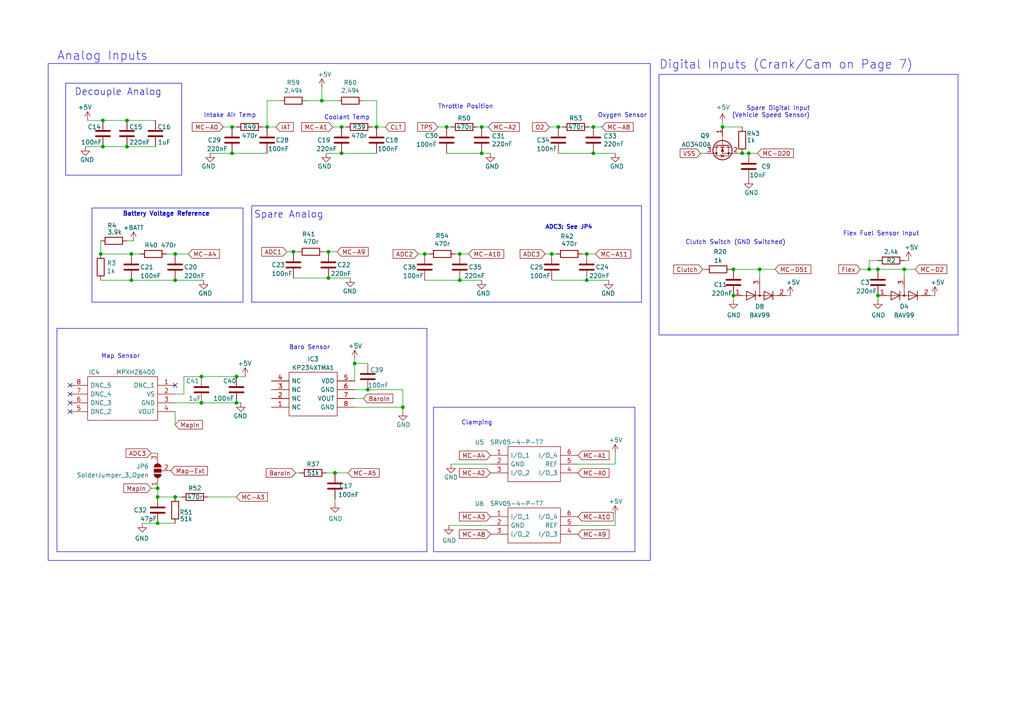
<source format=kicad_sch>
(kicad_sch (version 20231120) (generator "eeschema") (generator_version "8.0")
  (paper "A4")
  (title_block (title "Spark Gap x4") (date "2024-07-16") (rev "A") (company "OpenLogicEFI") (comment 1 "openlogicefi.com"))
  (lib_symbols
    (symbol "Detonation:KP234" (pin_names (offset 0.762))
      (property "Reference" "IC4" (at 12.065 -13.97 0))
      (property "Value" "KP234" (at 12.065 -11.43 0))
      (symbol "KP234_0_0"
        (pin passive line (at 0 0 0) (length 5.08) (name "NC") (number "1"))
        (pin passive line (at 0 -2.54 0) (length 5.08) (name "NC") (number "2"))
        (pin passive line (at 0 -5.08 0) (length 5.08) (name "NC") (number "3"))
        (pin passive line (at 0 -7.62 0) (length 5.08) (name "NC") (number "4"))
        (pin passive line (at 24.13 -7.62 180) (length 5.08) (name "VDD") (number "5"))
        (pin passive line (at 24.13 -5.08 180) (length 5.08) (name "GND") (number "6"))
        (pin passive line (at 24.13 -2.54 180) (length 5.08) (name "VOUT") (number "7"))
        (pin passive line (at 24.13 0 180) (length 5.08) (name "GND") (number "8"))
      )
      (symbol "KP234_0_1"
        (polyline (pts (xy 5.08 2.54) (xy 19.05 2.54) (xy 19.05 -10.16) (xy 5.08 -10.16) (xy 5.08 2.54)) (stroke (width 0.1524)))
      )
    )
    (symbol "Device:C" (pin_numbers hide) (pin_names (offset 0.254))
      (property "Reference" "C" (at 0.635 2.54 0))
      (property "Value" "C" (at 0.635 -2.54 0))
      (symbol "C_0_1"
        (polyline (pts (xy -2.032 -0.762) (xy 2.032 -0.762)) (stroke (width 0.508)))
        (polyline (pts (xy -2.032 0.762) (xy 2.032 0.762)) (stroke (width 0.508)))
      )
      (symbol "C_1_1"
        (pin passive line (at 0 3.81 270) (length 2.794) (name "~") (number "1"))
        (pin passive line (at 0 -3.81 90) (length 2.794) (name "~") (number "2"))
      )
    )
    (symbol "Device:R" (pin_numbers hide) (pin_names (offset 0))
      (property "Reference" "R" (at 2.032 0 90))
      (property "Value" "R" (at 0 0 90))
      (symbol "R_0_1"
        (rectangle (start -1.016 -2.54) (end 1.016 2.54) (stroke (width 0.254)))
      )
      (symbol "R_1_1"
        (pin passive line (at 0 3.81 270) (length 1.27) (name "~") (number "1"))
        (pin passive line (at 0 -3.81 90) (length 1.27) (name "~") (number "2"))
      )
    )
    (symbol "Diode:BAV99" (pin_names hide)
      (property "Reference" "D" (at 0 5.08 0))
      (property "Value" "BAV99" (at 0 2.54 0))
      (symbol "BAV99_0_1"
        (polyline (pts (xy -5.08 0) (xy 5.08 0)))
      )
      (symbol "BAV99_1_1"
        (polyline (pts (xy 0 0) (xy 0 -2.54)))
        (polyline (pts (xy -1.27 -1.27) (xy -1.27 1.27) (xy -1.27 1.27)) (stroke (width 0.2032)))
        (polyline (pts (xy 3.81 1.27) (xy 3.81 -1.27) (xy 3.81 -1.27)) (stroke (width 0.2032)))
        (polyline (pts (xy -3.81 1.27) (xy -1.27 0) (xy -3.81 -1.27) (xy -3.81 1.27) (xy -3.81 1.27) (xy -3.81 1.27)) (stroke (width 0.2032)))
        (polyline (pts (xy 1.27 1.27) (xy 3.81 0) (xy 1.27 -1.27) (xy 1.27 1.27) (xy 1.27 1.27) (xy 1.27 1.27)) (stroke (width 0.2032)))
        (circle (center 0 0) (radius 0.254) (fill (type outline)))
        (pin passive line (at -7.62 0 0) (length 2.54) (name "K") (number "1"))
        (pin passive line (at 7.62 0 180) (length 2.54) (name "A") (number "2"))
        (pin passive line (at 0 -5.08 90) (length 2.54) (name "K") (number "3"))
      )
    )
    (symbol "Jumper:SolderJumper_3_Open" (pin_names (offset 0) hide)
      (property "Reference" "JP" (at -2.54 -2.54 0))
      (property "Value" "SolderJumper_3_Open" (at 0 2.794 0))
      (symbol "SolderJumper_3_Open_0_1"
        (arc (start -1.016 1.016) (mid -2.0276 0) (end -1.016 -1.016))
        (arc (start -1.016 1.016) (mid -2.0276 0) (end -1.016 -1.016) (fill (type outline)))
        (rectangle (start -0.508 1.016) (end 0.508 -1.016) (fill (type outline)))
        (polyline (pts (xy -2.54 0) (xy -2.032 0)))
        (polyline (pts (xy -1.016 1.016) (xy -1.016 -1.016)))
        (polyline (pts (xy 0 -1.27) (xy 0 -1.016)))
        (polyline (pts (xy 1.016 1.016) (xy 1.016 -1.016)))
        (polyline (pts (xy 2.54 0) (xy 2.032 0)))
        (arc (start 1.016 -1.016) (mid 2.0276 0) (end 1.016 1.016))
        (arc (start 1.016 -1.016) (mid 2.0276 0) (end 1.016 1.016) (fill (type outline)))
      )
      (symbol "SolderJumper_3_Open_1_1"
        (pin passive line (at -5.08 0 0) (length 2.54) (name "A") (number "1"))
        (pin passive line (at 0 -3.81 90) (length 2.54) (name "C") (number "2"))
        (pin passive line (at 5.08 0 180) (length 2.54) (name "B") (number "3"))
      )
    )
    (symbol "MPXH6250AC6U:MPXH6250AC6U" (pin_names (offset 0.762))
      (property "Reference" "IC" (at 26.67 7.62 0))
      (property "Value" "MPXH6250AC6U" (at 26.67 5.08 0))
      (symbol "MPXH6250AC6U_0_0"
        (pin passive line (at 0 0 0) (length 5.08) (name "DNC_1") (number "1"))
        (pin passive line (at 0 -2.54 0) (length 5.08) (name "VS") (number "2"))
        (pin passive line (at 0 -5.08 0) (length 5.08) (name "GND") (number "3"))
        (pin passive line (at 0 -7.62 0) (length 5.08) (name "VOUT") (number "4"))
        (pin passive line (at 30.48 -7.62 180) (length 5.08) (name "DNC_2") (number "5"))
        (pin passive line (at 30.48 -5.08 180) (length 5.08) (name "DNC_3") (number "6"))
        (pin passive line (at 30.48 -2.54 180) (length 5.08) (name "DNC_4") (number "7"))
        (pin passive line (at 30.48 0 180) (length 5.08) (name "DNC_5") (number "8"))
      )
      (symbol "MPXH6250AC6U_0_1"
        (polyline (pts (xy 5.08 2.54) (xy 25.4 2.54) (xy 25.4 -10.16) (xy 5.08 -10.16) (xy 5.08 2.54)) (stroke (width 0.1524)))
      )
    )
    (symbol "Pre_Ignition-cache:AO3400A" (pin_names hide)
      (property "Reference" "Q" (at 5.08 1.905 0))
      (property "Value" "AO3400A" (at 5.08 0 0))
      (symbol "AO3400A_0_1"
        (polyline (pts (xy 0.254 0) (xy -2.54 0)))
        (polyline (pts (xy 0.254 1.905) (xy 0.254 -1.905)) (stroke (width 0.254)))
        (polyline (pts (xy 0.762 -1.27) (xy 0.762 -2.286)) (stroke (width 0.254)))
        (polyline (pts (xy 0.762 0.508) (xy 0.762 -0.508)) (stroke (width 0.254)))
        (polyline (pts (xy 0.762 2.286) (xy 0.762 1.27)) (stroke (width 0.254)))
        (polyline (pts (xy 2.54 2.54) (xy 2.54 1.778)))
        (polyline (pts (xy 2.54 -2.54) (xy 2.54 0) (xy 0.762 0)))
        (polyline (pts (xy 0.762 -1.778) (xy 3.302 -1.778) (xy 3.302 1.778) (xy 0.762 1.778)))
        (polyline (pts (xy 1.016 0) (xy 2.032 0.381) (xy 2.032 -0.381) (xy 1.016 0)) (fill (type outline)))
        (polyline (pts (xy 2.794 0.508) (xy 2.921 0.381) (xy 3.683 0.381) (xy 3.81 0.254)))
        (polyline (pts (xy 3.302 0.381) (xy 2.921 -0.254) (xy 3.683 -0.254) (xy 3.302 0.381)))
        (circle (center 1.651 0) (radius 2.794) (stroke (width 0.254)))
        (circle (center 2.54 -1.778) (radius 0.254) (fill (type outline)))
        (circle (center 2.54 1.778) (radius 0.254) (fill (type outline)))
      )
      (symbol "AO3400A_1_1"
        (pin input line (at -5.08 0 0) (length 2.54) (name "G") (number "1"))
        (pin passive line (at 2.54 -5.08 90) (length 2.54) (name "S") (number "2"))
        (pin passive line (at 2.54 5.08 270) (length 2.54) (name "D") (number "3"))
      )
    )
    (symbol "Pre_Ignition-rescue:SRV05-4-P-T7-SRV05-4-P-T7-Pre_Ignition-rescue-Pre_Ignition-rescue-Pre_Ignition-rescue" (pin_names (offset 0.762))
      (property "Reference" "U1" (at 1.905 3.81 0))
      (property "Value" "SRV05-4-P-T7" (at 12.7 3.81 0))
      (symbol "SRV05-4-P-T7-SRV05-4-P-T7-Pre_Ignition-rescue-Pre_Ignition-rescue-Pre_Ignition-rescue_0_0"
        (pin passive line (at 5.08 0 0) (length 5.08) (name "I/O_1") (number "1"))
        (pin passive line (at 5.08 -2.54 0) (length 5.08) (name "GND") (number "2"))
        (pin passive line (at 5.08 -5.08 0) (length 5.08) (name "I/O_2") (number "3"))
        (pin passive line (at 30.48 -5.08 180) (length 5.08) (name "I/O_3") (number "4"))
        (pin passive line (at 30.48 -2.54 180) (length 5.08) (name "REF") (number "5"))
        (pin passive line (at 30.48 0 180) (length 5.08) (name "I/O_4") (number "6"))
      )
      (symbol "SRV05-4-P-T7-SRV05-4-P-T7-Pre_Ignition-rescue-Pre_Ignition-rescue-Pre_Ignition-rescue_0_1"
        (polyline (pts (xy 10.16 2.54) (xy 25.4 2.54) (xy 25.4 -7.62) (xy 10.16 -7.62) (xy 10.16 2.54)) (stroke (width 0.1524)))
      )
    )
    (symbol "power:+5V" (power) (pin_names (offset 0))
      (property "Value" "+5V" (at 0 3.556 0))
      (symbol "+5V_0_1"
        (polyline (pts (xy -0.762 1.27) (xy 0 2.54)))
        (polyline (pts (xy 0 0) (xy 0 2.54)))
        (polyline (pts (xy 0 2.54) (xy 0.762 1.27)))
      )
      (symbol "+5V_1_1"
        (pin power_in line (at 0 0 90) (length 0) hide (name "+5V") (number "1"))
      )
    )
    (symbol "power:+BATT" (power) (pin_names (offset 0))
      (property "Value" "+BATT" (at 0 3.556 0))
      (symbol "+BATT_0_1"
        (polyline (pts (xy -0.762 1.27) (xy 0 2.54)))
        (polyline (pts (xy 0 0) (xy 0 2.54)))
        (polyline (pts (xy 0 2.54) (xy 0.762 1.27)))
      )
      (symbol "+BATT_1_1"
        (pin power_in line (at 0 0 90) (length 0) hide (name "+BATT") (number "1"))
      )
    )
    (symbol "power:GND" (power) (pin_names (offset 0))
      (property "Value" "GND" (at 0 -3.81 0))
      (symbol "GND_0_1"
        (polyline (pts (xy 0 0) (xy 0 -1.27) (xy 1.27 -1.27) (xy 0 -2.54) (xy -1.27 -1.27) (xy 0 -1.27)))
      )
      (symbol "GND_1_1"
        (pin power_in line (at 0 0 270) (length 0) hide (name "GND") (number "1"))
      )
    )
  )
  (junction (at 116.84 118.11))
  (junction (at 68.58 109.22))
  (junction (at 161.925 36.83))
  (junction (at 220.345 78.105))
  (junction (at 139.7 36.83))
  (junction (at 215.265 44.45))
  (junction (at 77.47 36.83))
  (junction (at 50.8 81.28))
  (junction (at 109.22 36.83))
  (junction (at 99.06 36.83))
  (junction (at 29.845 42.545))
  (junction (at 123.19 73.66))
  (junction (at 68.58 116.84))
  (junction (at 133.35 81.28))
  (junction (at 29.845 34.925))
  (junction (at 102.87 105.41))
  (junction (at 212.725 85.725))
  (junction (at 160.02 73.66))
  (junction (at 254.635 85.725))
  (junction (at 133.35 73.66))
  (junction (at 170.18 81.28))
  (junction (at 58.42 109.22))
  (junction (at 217.17 44.45))
  (junction (at 67.31 36.83))
  (junction (at 93.345 29.21))
  (junction (at 252.095 78.105))
  (junction (at 45.72 141.605))
  (junction (at 212.725 78.105))
  (junction (at 95.25 73.025))
  (junction (at 106.68 113.03))
  (junction (at 172.085 36.83))
  (junction (at 172.085 44.45))
  (junction (at 38.1 81.28))
  (junction (at 262.255 78.105))
  (junction (at 45.72 144.145))
  (junction (at 139.7 44.45))
  (junction (at 97.155 137.16))
  (junction (at 254.635 78.105))
  (junction (at 99.06 44.45))
  (junction (at 58.42 116.84))
  (junction (at 129.54 36.83))
  (junction (at 50.8 73.66))
  (junction (at 67.31 44.45))
  (junction (at 170.18 73.66))
  (junction (at 29.21 73.66))
  (junction (at 36.83 34.925))
  (junction (at 50.8 144.145))
  (junction (at 95.25 80.645))
  (junction (at 45.72 151.765))
  (junction (at 209.55 36.83))
  (junction (at 38.1 73.66))
  (junction (at 85.09 73.025))
  (junction (at 36.83 42.545))
  (no_connect (at 50.8 111.76))
  (no_connect (at 20.32 111.76))
  (no_connect (at 20.32 114.3))
  (no_connect (at 20.32 116.84))
  (no_connect (at 20.32 119.38))
  (wire (pts (xy 38.735 69.85) (xy 36.83 69.85)))
  (wire (pts (xy 100.33 36.83) (xy 99.06 36.83)))
  (wire (pts (xy 176.53 81.28) (xy 170.18 81.28)))
  (wire (pts (xy 212.725 85.725) (xy 212.725 86.995)))
  (wire (pts (xy 178.435 152.4) (xy 167.64 152.4)))
  (wire (pts (xy 69.85 116.84) (xy 68.58 116.84)))
  (wire (pts (xy 45.72 141.605) (xy 45.72 144.145)))
  (wire (pts (xy 29.845 42.545) (xy 36.83 42.545)))
  (wire (pts (xy 220.345 78.105) (xy 224.79 78.105)))
  (wire (pts (xy 170.815 36.83) (xy 172.085 36.83)))
  (wire (pts (xy 29.845 34.925) (xy 36.83 34.925)))
  (wire (pts (xy 139.7 36.83) (xy 141.605 36.83)))
  (wire (pts (xy 50.8 144.145) (xy 52.705 144.145)))
  (wire (pts (xy 97.155 144.78) (xy 97.155 146.05)))
  (wire (pts (xy 106.68 105.41) (xy 102.87 105.41)))
  (wire (pts (xy 85.725 137.16) (xy 86.995 137.16)))
  (wire (pts (xy 94.615 137.16) (xy 97.155 137.16)))
  (wire (pts (xy 215.265 44.45) (xy 217.17 44.45)))
  (wire (pts (xy 85.09 73.025) (xy 86.36 73.025)))
  (wire (pts (xy 68.58 109.22) (xy 58.42 109.22)))
  (wire (pts (xy 254.635 85.725) (xy 254.635 86.995)))
  (wire (pts (xy 168.91 73.66) (xy 170.18 73.66)))
  (wire (pts (xy 106.68 113.03) (xy 102.87 113.03)))
  (wire (pts (xy 209.55 36.83) (xy 215.265 36.83)))
  (wire (pts (xy 77.47 29.21) (xy 81.28 29.21)))
  (wire (pts (xy 60.96 44.45) (xy 67.31 44.45)))
  (wire (pts (xy 229.235 85.725) (xy 227.965 85.725)))
  (wire (pts (xy 116.84 118.11) (xy 116.84 119.38)))
  (wire (pts (xy 60.325 144.145) (xy 68.58 144.145)))
  (wire (pts (xy 88.9 29.21) (xy 93.345 29.21)))
  (wire (pts (xy 105.41 29.21) (xy 109.22 29.21)))
  (wire (pts (xy 220.345 78.105) (xy 220.345 80.645)))
  (wire (pts (xy 29.21 73.66) (xy 38.1 73.66)))
  (wire (pts (xy 50.8 151.765) (xy 45.72 151.765)))
  (wire (pts (xy 45.72 144.145) (xy 50.8 144.145)))
  (wire (pts (xy 93.345 25.4) (xy 93.345 29.21)))
  (wire (pts (xy 116.84 113.03) (xy 106.68 113.03)))
  (wire (pts (xy 217.17 44.45) (xy 219.71 44.45)))
  (wire (pts (xy 53.34 114.3) (xy 50.8 114.3)))
  (wire (pts (xy 50.8 73.66) (xy 54.61 73.66)))
  (wire (pts (xy 48.26 73.66) (xy 50.8 73.66)))
  (wire (pts (xy 262.255 78.105) (xy 265.43 78.105)))
  (wire (pts (xy 129.54 36.83) (xy 130.81 36.83)))
  (wire (pts (xy 178.435 131.445) (xy 178.435 134.62)))
  (wire (pts (xy 77.47 29.21) (xy 77.47 36.83)))
  (wire (pts (xy 109.22 44.45) (xy 99.06 44.45)))
  (wire (pts (xy 212.725 78.105) (xy 220.345 78.105)))
  (wire (pts (xy 67.31 36.83) (xy 64.77 36.83)))
  (wire (pts (xy 203.835 78.105) (xy 204.47 78.105)))
  (wire (pts (xy 58.42 116.84) (xy 50.8 116.84)))
  (wire (pts (xy 85.09 80.645) (xy 95.25 80.645)))
  (wire (pts (xy 93.98 73.025) (xy 95.25 73.025)))
  (wire (pts (xy 58.42 109.22) (xy 53.34 109.22)))
  (wire (pts (xy 95.25 73.025) (xy 97.79 73.025)))
  (wire (pts (xy 123.19 81.28) (xy 133.35 81.28)))
  (wire (pts (xy 29.21 81.28) (xy 38.1 81.28)))
  (wire (pts (xy 170.18 73.66) (xy 172.72 73.66)))
  (wire (pts (xy 130.81 134.62) (xy 142.24 134.62)))
  (wire (pts (xy 127 36.83) (xy 129.54 36.83)))
  (wire (pts (xy 102.87 110.49) (xy 102.87 105.41)))
  (wire (pts (xy 43.815 141.605) (xy 45.72 141.605)))
  (wire (pts (xy 263.525 75.565) (xy 262.255 75.565)))
  (wire (pts (xy 36.83 34.925) (xy 45.085 34.925)))
  (wire (pts (xy 252.095 75.565) (xy 254.635 75.565)))
  (wire (pts (xy 161.925 44.45) (xy 172.085 44.45)))
  (wire (pts (xy 99.06 36.83) (xy 96.52 36.83)))
  (wire (pts (xy 93.345 29.21) (xy 97.79 29.21)))
  (wire (pts (xy 142.24 152.4) (xy 130.175 152.4)))
  (wire (pts (xy 172.085 44.45) (xy 178.435 44.45)))
  (wire (pts (xy 129.54 44.45) (xy 139.7 44.45)))
  (wire (pts (xy 252.095 75.565) (xy 252.095 78.105)))
  (wire (pts (xy 121.285 73.66) (xy 123.19 73.66)))
  (wire (pts (xy 133.35 73.66) (xy 135.89 73.66)))
  (wire (pts (xy 24.765 42.545) (xy 29.845 42.545)))
  (wire (pts (xy 159.385 36.83) (xy 161.925 36.83)))
  (wire (pts (xy 252.095 78.105) (xy 254.635 78.105)))
  (wire (pts (xy 105.41 115.57) (xy 102.87 115.57)))
  (wire (pts (xy 139.7 81.28) (xy 133.35 81.28)))
  (wire (pts (xy 142.24 44.45) (xy 139.7 44.45)))
  (wire (pts (xy 101.6 80.645) (xy 95.25 80.645)))
  (wire (pts (xy 209.55 35.56) (xy 209.55 36.83)))
  (wire (pts (xy 249.555 78.105) (xy 252.095 78.105)))
  (wire (pts (xy 107.95 36.83) (xy 109.22 36.83)))
  (wire (pts (xy 109.22 29.21) (xy 109.22 36.83)))
  (wire (pts (xy 38.1 81.28) (xy 50.8 81.28)))
  (wire (pts (xy 254.635 78.105) (xy 262.255 78.105)))
  (wire (pts (xy 160.02 81.28) (xy 170.18 81.28)))
  (wire (pts (xy 109.22 36.83) (xy 111.76 36.83)))
  (wire (pts (xy 123.19 73.66) (xy 124.46 73.66)))
  (wire (pts (xy 36.83 42.545) (xy 45.085 42.545)))
  (wire (pts (xy 50.8 119.38) (xy 50.8 123.19)))
  (wire (pts (xy 71.12 109.22) (xy 68.58 109.22)))
  (wire (pts (xy 25.4 34.925) (xy 29.845 34.925)))
  (wire (pts (xy 53.34 109.22) (xy 53.34 114.3)))
  (wire (pts (xy 83.185 73.025) (xy 85.09 73.025)))
  (wire (pts (xy 59.055 81.28) (xy 50.8 81.28)))
  (wire (pts (xy 116.84 113.03) (xy 116.84 118.11)))
  (wire (pts (xy 68.58 116.84) (xy 58.42 116.84)))
  (wire (pts (xy 262.255 78.105) (xy 262.255 80.645)))
  (wire (pts (xy 138.43 36.83) (xy 139.7 36.83)))
  (wire (pts (xy 172.085 36.83) (xy 174.625 36.83)))
  (wire (pts (xy 38.1 73.66) (xy 40.64 73.66)))
  (wire (pts (xy 68.58 36.83) (xy 67.31 36.83)))
  (wire (pts (xy 161.925 36.83) (xy 163.195 36.83)))
  (wire (pts (xy 132.08 73.66) (xy 133.35 73.66)))
  (wire (pts (xy 29.21 69.85) (xy 29.21 73.66)))
  (wire (pts (xy 204.47 44.45) (xy 203.2 44.45)))
  (wire (pts (xy 212.09 78.105) (xy 212.725 78.105)))
  (wire (pts (xy 77.47 44.45) (xy 67.31 44.45)))
  (wire (pts (xy 80.01 36.83) (xy 77.47 36.83)))
  (wire (pts (xy 102.87 104.14) (xy 102.87 105.41)))
  (wire (pts (xy 45.72 151.765) (xy 41.275 151.765)))
  (wire (pts (xy 214.63 44.45) (xy 215.265 44.45)))
  (wire (pts (xy 158.115 73.66) (xy 160.02 73.66)))
  (wire (pts (xy 178.435 134.62) (xy 167.64 134.62)))
  (wire (pts (xy 271.145 85.725) (xy 269.875 85.725)))
  (wire (pts (xy 77.47 36.83) (xy 76.2 36.83)))
  (wire (pts (xy 97.155 137.16) (xy 100.965 137.16)))
  (wire (pts (xy 94.615 44.45) (xy 99.06 44.45)))
  (wire (pts (xy 178.435 149.225) (xy 178.435 152.4)))
  (wire (pts (xy 116.84 118.11) (xy 102.87 118.11)))
  (wire (pts (xy 160.02 73.66) (xy 161.29 73.66)))
  (wire (pts (xy 43.815 131.445) (xy 45.72 131.445)))
  (rectangle (start 13.97 18.415) (end 188.595 162.56))
  (rectangle (start 125.73 118.11) (end 184.15 160.02))
  (rectangle (start 73.025 59.69) (end 186.055 87.63))
  (rectangle (start 19.05 24.13) (end 52.705 50.8))
  (rectangle (start 26.67 60.325) (end 70.485 87.63))
  (rectangle (start 191.135 21.59) (end 277.876 97.155))
  (rectangle (start 16.51 95.25) (end 123.825 160.02))
  (text "Map Sensor" (at 40.64 104.14 0) (effects (font (size 1.27 1.27)) (justify right bottom)))
  (text "Clutch Switch (GND Switched)" (at 198.755 71.12 0) (effects (font (size 1.27 1.27)) (justify left bottom)))
  (text "Analog Inputs" (at 16.51 17.78 0) (effects (font (size 2.54 2.54)) (justify left bottom)))
  (text "Throttle Position" (at 127 31.75 0) (effects (font (size 1.27 1.27)) (justify left bottom)))
  (text "Spare Digital Input\n(Vehicle Speed Sensor)" (at 234.95 34.29 0) (effects (font (size 1.27 1.27)) (justify right bottom)))
  (text "Oxygen Sensor" (at 173.355 34.29 0) (effects (font (size 1.27 1.27)) (justify left bottom)))
  (text "Digital Inputs (Crank/Cam on Page 7)" (at 191.135 20.32 0) (effects (font (size 2.4892 2.4892)) (justify left bottom)))
  (text "Coolant Temp" (at 93.98 34.925 0) (effects (font (size 1.27 1.27)) (justify left bottom)))
  (text "Intake Air Temp" (at 59.055 34.29 0) (effects (font (size 1.27 1.27)) (justify left bottom)))
  (text "Baro Sensor" (at 83.82 101.6 0) (effects (font (size 1.27 1.27)) (justify left bottom)))
  (text "Battery Voltage Reference" (at 35.56 62.865 0) (effects (font (size 1.27 1.27) (thickness 0.254) (bold yes)) (justify left bottom)))
  (text "Spare Analog" (at 73.66 63.5 0) (effects (font (size 2 2)) (justify left bottom)))
  (text "Flex Fuel Sensor Input" (at 244.475 68.58 0) (effects (font (size 1.27 1.27)) (justify left bottom)))
  (text "Decouple Analog" (at 21.59 27.94 0) (effects (font (size 2 2)) (justify left bottom)))
  (text "Clamping" (at 138.303 122.682 0) (effects (font (size 1.27 1.27))))
  (text "ADC3: See JP4" (at 158.115 66.675 0) (effects (font (size 1.2 1.2) (thickness 0.24) (bold yes)) (justify left bottom)))
  (global_label "MC-A5" (shape input) (at 100.965 137.16 0) (property "Intersheetrefs" "${INTERSHEET_REFS}" (effects (hide yes))))
  (global_label "MC-D2" (shape input) (at 265.43 78.105 0) (property "Intersheetrefs" "${INTERSHEET_REFS}" (effects (hide yes))))
  (global_label "ADC3" (shape input) (at 43.815 131.445 180) (property "Intersheetrefs" "${INTERSHEET_REFS}" (effects (hide yes))))
  (global_label "MC-A0" (shape input) (at 167.64 137.16 0) (property "Intersheetrefs" "${INTERSHEET_REFS}" (effects (hide yes))))
  (global_label "MC-A10" (shape input) (at 135.89 73.66 0) (property "Intersheetrefs" "${INTERSHEET_REFS}" (effects (hide yes))))
  (global_label "MC-D20" (shape input) (at 219.71 44.45 0) (property "Intersheetrefs" "${INTERSHEET_REFS}" (effects (hide yes))))
  (global_label "MapIn" (shape input) (at 43.815 141.605 180) (property "Intersheetrefs" "${INTERSHEET_REFS}" (effects (hide yes))))
  (global_label "MC-A1" (shape input) (at 167.64 132.08 0) (property "Intersheetrefs" "${INTERSHEET_REFS}" (effects (hide yes))))
  (global_label "VSS" (shape input) (at 203.2 44.45 180) (property "Intersheetrefs" "${INTERSHEET_REFS}" (effects (hide yes))))
  (global_label "ADC2" (shape input) (at 121.285 73.66 180) (property "Intersheetrefs" "${INTERSHEET_REFS}" (effects (hide yes))))
  (global_label "MC-A4" (shape input) (at 142.24 132.08 180) (property "Intersheetrefs" "${INTERSHEET_REFS}" (effects (hide yes))))
  (global_label "Flex" (shape input) (at 249.555 78.105 180) (property "Intersheetrefs" "${INTERSHEET_REFS}" (effects (hide yes))))
  (global_label "Clutch" (shape input) (at 203.835 78.105 180) (property "Intersheetrefs" "${INTERSHEET_REFS}" (effects (hide yes))))
  (global_label "BaroIn" (shape input) (at 105.41 115.57 0) (property "Intersheetrefs" "${INTERSHEET_REFS}" (effects (hide yes))))
  (global_label "MC-A4" (shape input) (at 54.61 73.66 0) (property "Intersheetrefs" "${INTERSHEET_REFS}" (effects (hide yes))))
  (global_label "MC-A3" (shape input) (at 142.24 149.86 180) (property "Intersheetrefs" "${INTERSHEET_REFS}" (effects (hide yes))))
  (global_label "MC-A3" (shape input) (at 68.58 144.145 0) (property "Intersheetrefs" "${INTERSHEET_REFS}" (effects (hide yes))))
  (global_label "TPS" (shape input) (at 127 36.83 180) (property "Intersheetrefs" "${INTERSHEET_REFS}" (effects (hide yes))))
  (global_label "MC-A0" (shape input) (at 64.77 36.83 180) (property "Intersheetrefs" "${INTERSHEET_REFS}" (effects (hide yes))))
  (global_label "MC-A9" (shape input) (at 167.64 154.94 0) (property "Intersheetrefs" "${INTERSHEET_REFS}" (effects (hide yes))))
  (global_label "MC-A2" (shape input) (at 142.24 137.16 180) (property "Intersheetrefs" "${INTERSHEET_REFS}" (effects (hide yes))))
  (global_label "MC-A2" (shape input) (at 141.605 36.83 0) (property "Intersheetrefs" "${INTERSHEET_REFS}" (effects (hide yes))))
  (global_label "Map-Ext" (shape input) (at 49.53 136.525 0) (property "Intersheetrefs" "${INTERSHEET_REFS}" (effects (hide yes))))
  (global_label "CLT" (shape input) (at 111.76 36.83 0) (property "Intersheetrefs" "${INTERSHEET_REFS}" (effects (hide yes))))
  (global_label "MC-A10" (shape input) (at 167.64 149.86 0) (property "Intersheetrefs" "${INTERSHEET_REFS}" (effects (hide yes))))
  (global_label "O2" (shape input) (at 159.385 36.83 180) (property "Intersheetrefs" "${INTERSHEET_REFS}" (effects (hide yes))))
  (global_label "MC-A8" (shape input) (at 142.24 154.94 180) (property "Intersheetrefs" "${INTERSHEET_REFS}" (effects (hide yes))))
  (global_label "MC-A11" (shape input) (at 172.72 73.66 0) (property "Intersheetrefs" "${INTERSHEET_REFS}" (effects (hide yes))))
  (global_label "MC-A8" (shape input) (at 174.625 36.83 0) (property "Intersheetrefs" "${INTERSHEET_REFS}" (effects (hide yes))))
  (global_label "MC-A9" (shape input) (at 97.79 73.025 0) (property "Intersheetrefs" "${INTERSHEET_REFS}" (effects (hide yes))))
  (global_label "ADC3" (shape input) (at 158.115 73.66 180) (property "Intersheetrefs" "${INTERSHEET_REFS}" (effects (hide yes))))
  (global_label "BaroIn" (shape input) (at 85.725 137.16 180) (property "Intersheetrefs" "${INTERSHEET_REFS}" (effects (hide yes))))
  (global_label "MC-A1" (shape input) (at 96.52 36.83 180) (property "Intersheetrefs" "${INTERSHEET_REFS}" (effects (hide yes))))
  (global_label "MapIn" (shape input) (at 50.8 123.19 0) (property "Intersheetrefs" "${INTERSHEET_REFS}" (effects (hide yes))))
  (global_label "MC-D51" (shape input) (at 224.79 78.105 0) (property "Intersheetrefs" "${INTERSHEET_REFS}" (effects (hide yes))))
  (global_label "ADC1" (shape input) (at 83.185 73.025 180) (property "Intersheetrefs" "${INTERSHEET_REFS}" (effects (hide yes))))
  (global_label "IAT" (shape input) (at 80.01 36.83 0) (property "Intersheetrefs" "${INTERSHEET_REFS}" (effects (hide yes))))
  (symbol (lib_id "Device:R") (at 134.62 36.83 270) (unit 1)
    (property "Reference" "R50" (at 134.62 34.29 90))
    (property "Value" "470r" (at 134.62 36.83 90))
    (property "Footprint" "Resistor_SMD:R_0402_1005Metric" (effects (hide yes)))
    (property "LCSC" "C25117" (effects (hide yes)))
    (property "Manufacture Part Number" "0402WGF4700TCE" (effects (hide yes)))
  )
  (symbol (lib_id "Device:C") (at 129.54 40.64 0) (unit 1)
    (property "Reference" "C30" (at 123.19 39.37 0) (effects (justify left)))
    (property "Value" "100nF" (at 120.65 41.91 0) (effects (justify left)))
    (property "Footprint" "Capacitor_SMD:C_0402_1005Metric" (effects (hide yes)))
    (property "LCSC" "C307331" (effects (hide yes)))
    (property "Manufacture Part Number" "CL05B104KB54PNC" (effects (hide yes)))
  )
  (symbol (lib_id "Device:C") (at 139.7 40.64 0) (unit 1)
    (property "Reference" "C31" (at 142.621 39.4716 0) (effects (justify left)))
    (property "Value" "220nF" (at 142.621 41.783 0) (effects (justify left)))
    (property "Footprint" "Capacitor_SMD:C_0402_1005Metric" (effects (hide yes)))
    (property "LCSC" "C16772" (effects (hide yes)))
    (property "Manufacture Part Number" "CL05B224KO5NNNC" (effects (hide yes)))
  )
  (symbol (lib_id "power:GND") (at 142.24 44.45 0) (unit 1)
    (property "Reference" "#PWR0137" (effects (hide yes)))
    (property "Value" "GND" (at 144.78 48.26 0) (effects (justify right)))
  )
  (symbol (lib_id "Device:R") (at 167.005 36.83 270) (unit 1)
    (property "Reference" "R53" (at 167.005 34.29 90))
    (property "Value" "470r" (at 167.005 36.83 90))
    (property "Footprint" "Resistor_SMD:R_0402_1005Metric" (effects (hide yes)))
    (property "LCSC" "C25117" (effects (hide yes)))
    (property "Manufacture Part Number" "0402WGF4700TCE" (effects (hide yes)))
  )
  (symbol (lib_id "Device:C") (at 161.925 40.64 0) (unit 1)
    (property "Reference" "C34" (at 155.575 40.64 0) (effects (justify left)))
    (property "Value" "100nF" (at 155.575 43.18 0) (effects (justify left)))
    (property "Footprint" "Capacitor_SMD:C_0402_1005Metric" (effects (hide yes)))
    (property "LCSC" "C307331" (effects (hide yes)))
    (property "Manufacture Part Number" "CL05B104KB54PNC" (effects (hide yes)))
  )
  (symbol (lib_id "Device:C") (at 172.085 40.64 0) (unit 1)
    (property "Reference" "C33" (at 175.006 39.4716 0) (effects (justify left)))
    (property "Value" "220nF" (at 175.006 41.783 0) (effects (justify left)))
    (property "Footprint" "Capacitor_SMD:C_0402_1005Metric" (effects (hide yes)))
    (property "LCSC" "C16772" (effects (hide yes)))
    (property "Manufacture Part Number" "CL05B224KO5NNNC" (effects (hide yes)))
  )
  (symbol (lib_id "power:GND") (at 178.435 44.45 0) (unit 1)
    (property "Reference" "#PWR0132" (effects (hide yes)))
    (property "Value" "GND" (at 180.975 48.26 0) (effects (justify right)))
  )
  (symbol (lib_id "Device:R") (at 56.515 144.145 90) (unit 1)
    (property "Reference" "R52" (at 56.515 141.605 90))
    (property "Value" "470r" (at 56.515 144.145 90))
    (property "Footprint" "Resistor_SMD:R_0402_1005Metric" (effects (hide yes)))
    (property "LCSC" "C25117" (effects (hide yes)))
    (property "Manufacture Part Number" "0402WGF4700TCE" (effects (hide yes)))
  )
  (symbol (lib_id "Device:R") (at 72.39 36.83 90) (mirror x) (unit 1)
    (property "Reference" "R49" (at 72.39 36.83 90))
    (property "Value" "470r" (at 72.39 39.37 90))
    (property "Footprint" "Resistor_SMD:R_0402_1005Metric" (effects (hide yes)))
    (property "LCSC" "C25117" (effects (hide yes)))
    (property "Manufacture Part Number" "0402WGF4700TCE" (effects (hide yes)))
  )
  (symbol (lib_id "Device:C") (at 77.47 40.64 0) (mirror y) (unit 1)
    (property "Reference" "C28" (at 83.82 40.64 0) (effects (justify left)))
    (property "Value" "100nF" (at 83.82 43.18 0) (effects (justify left)))
    (property "Footprint" "Capacitor_SMD:C_0402_1005Metric" (effects (hide yes)))
    (property "LCSC" "C307331" (effects (hide yes)))
    (property "Manufacture Part Number" "CL05B104KB54PNC" (effects (hide yes)))
  )
  (symbol (lib_id "Device:C") (at 67.31 40.64 0) (mirror y) (unit 1)
    (property "Reference" "C29" (at 64.135 40.64 0) (effects (justify left)))
    (property "Value" "220nF" (at 66.04 43.18 0) (effects (justify left)))
    (property "Footprint" "Capacitor_SMD:C_0402_1005Metric" (effects (hide yes)))
    (property "LCSC" "C16772" (effects (hide yes)))
    (property "Manufacture Part Number" "CL05B224KO5NNNC" (effects (hide yes)))
  )
  (symbol (lib_id "power:GND") (at 60.96 44.45 0) (mirror y) (unit 1)
    (property "Reference" "#PWR0152" (effects (hide yes)))
    (property "Value" "GND" (at 58.42 48.26 0) (effects (justify right)))
  )
  (symbol (lib_id "Device:R") (at 258.445 75.565 90) (unit 1)
    (property "Reference" "R2" (at 258.445 75.565 90))
    (property "Value" "2.4k" (at 258.445 73.025 90))
    (property "Footprint" "Resistor_SMD:R_0402_1005Metric" (effects (hide yes)))
    (property "LCSC" "C25882" (effects (hide yes)))
    (property "Manufacture Part Number" "0402WGF2401TCE" (effects (hide yes)))
  )
  (symbol (lib_id "Device:C") (at 254.635 81.915 0) (unit 1)
    (property "Reference" "C3" (at 249.555 81.915 0) (effects (justify left)))
    (property "Value" "220nF" (at 248.285 84.455 0) (effects (justify left)))
    (property "Footprint" "Capacitor_SMD:C_0402_1005Metric" (effects (hide yes)))
    (property "LCSC" "C16772" (effects (hide yes)))
    (property "Manufacture Part Number" "CL05B224KO5NNNC" (effects (hide yes)))
  )
  (symbol (lib_id "Device:R") (at 104.14 36.83 90) (mirror x) (unit 1)
    (property "Reference" "R39" (at 104.14 36.83 90))
    (property "Value" "470r" (at 104.14 39.37 90))
    (property "Footprint" "Resistor_SMD:R_0402_1005Metric" (effects (hide yes)))
    (property "LCSC" "C25117" (effects (hide yes)))
    (property "Manufacture Part Number" "0402WGF4700TCE" (effects (hide yes)))
  )
  (symbol (lib_id "Device:C") (at 109.22 40.64 0) (mirror y) (unit 1)
    (property "Reference" "C18" (at 115.57 40.64 0) (effects (justify left)))
    (property "Value" "100nF" (at 115.57 43.18 0) (effects (justify left)))
    (property "Footprint" "Capacitor_SMD:C_0402_1005Metric" (effects (hide yes)))
    (property "LCSC" "C307331" (effects (hide yes)))
    (property "Manufacture Part Number" "CL05B104KB54PNC" (effects (hide yes)))
  )
  (symbol (lib_id "Device:C") (at 99.06 40.64 0) (mirror y) (unit 1)
    (property "Reference" "C19" (at 95.885 40.64 0) (effects (justify left)))
    (property "Value" "220nF" (at 97.79 43.18 0) (effects (justify left)))
    (property "Footprint" "Capacitor_SMD:C_0402_1005Metric" (effects (hide yes)))
    (property "LCSC" "C16772" (effects (hide yes)))
    (property "Manufacture Part Number" "CL05B224KO5NNNC" (effects (hide yes)))
  )
  (symbol (lib_id "power:GND") (at 94.615 44.45 0) (mirror y) (unit 1)
    (property "Reference" "#PWR0139" (effects (hide yes)))
    (property "Value" "GND" (at 92.075 48.26 0) (effects (justify right)))
  )
  (symbol (lib_id "Device:R") (at 90.17 73.025 270) (unit 1)
    (property "Reference" "R41" (at 89.535 67.945 90))
    (property "Value" "470r" (at 90.17 70.0786 90))
    (property "Footprint" "Resistor_SMD:R_0402_1005Metric" (effects (hide yes)))
    (property "LCSC" "C25117" (effects (hide yes)))
    (property "Manufacture Part Number" "0402WGF4700TCE" (effects (hide yes)))
  )
  (symbol (lib_id "Device:C") (at 85.09 76.835 0) (unit 1)
    (property "Reference" "C23" (at 78.74 76.835 0) (effects (justify left)))
    (property "Value" "100nF" (at 78.74 79.375 0) (effects (justify left)))
    (property "Footprint" "Capacitor_SMD:C_0402_1005Metric" (effects (hide yes)))
    (property "LCSC" "C307331" (effects (hide yes)))
    (property "Manufacture Part Number" "CL05B104KB54PNC" (effects (hide yes)))
  )
  (symbol (lib_id "Device:C") (at 95.25 76.835 0) (unit 1)
    (property "Reference" "C22" (at 97.79 76.835 0) (effects (justify left)))
    (property "Value" "220nF" (at 95.885 79.375 0) (effects (justify left)))
    (property "Footprint" "Capacitor_SMD:C_0402_1005Metric" (effects (hide yes)))
    (property "LCSC" "C16772" (effects (hide yes)))
    (property "Manufacture Part Number" "CL05B224KO5NNNC" (effects (hide yes)))
  )
  (symbol (lib_id "power:GND") (at 101.6 80.645 0) (unit 1)
    (property "Reference" "#PWR0142" (effects (hide yes)))
    (property "Value" "GND" (at 103.505 84.455 0) (effects (justify right)))
  )
  (symbol (lib_id "Device:R") (at 208.28 78.105 270) (mirror x) (unit 1)
    (property "Reference" "R20" (at 208.915 73.025 90))
    (property "Value" "1k" (at 208.28 75.565 90))
    (property "Footprint" "Resistor_SMD:R_0402_1005Metric" (effects (hide yes)))
    (property "LCSC" "C11702" (effects (hide yes)))
    (property "Manufacture Part Number" "0402WGF1001TCE" (effects (hide yes)))
  )
  (symbol (lib_id "power:GND") (at 59.055 81.28 0) (unit 1)
    (property "Reference" "#PWR0140" (effects (hide yes)))
    (property "Value" "GND" (at 61.595 85.09 0) (effects (justify right)))
  )
  (symbol (lib_id "Device:C") (at 50.8 77.47 0) (unit 1)
    (property "Reference" "C20" (at 53.34 77.47 0) (effects (justify left)))
    (property "Value" "220nF" (at 53.34 80.01 0) (effects (justify left)))
    (property "Footprint" "Capacitor_SMD:C_0402_1005Metric" (effects (hide yes)))
    (property "LCSC" "C16772" (effects (hide yes)))
    (property "Manufacture Part Number" "CL05B224KO5NNNC" (effects (hide yes)))
  )
  (symbol (lib_id "Device:C") (at 38.1 77.47 0) (unit 1)
    (property "Reference" "C21" (at 40.64 77.47 0) (effects (justify left)))
    (property "Value" "100nF" (at 40.64 80.01 0) (effects (justify left)))
    (property "Footprint" "Capacitor_SMD:C_0402_1005Metric" (effects (hide yes)))
    (property "LCSC" "C307331" (effects (hide yes)))
    (property "Manufacture Part Number" "CL05B104KB54PNC" (effects (hide yes)))
  )
  (symbol (lib_id "Device:R") (at 44.45 73.66 270) (unit 1)
    (property "Reference" "R40" (at 43.815 71.12 90))
    (property "Value" "470r" (at 48.895 71.12 90))
    (property "Footprint" "Resistor_SMD:R_0402_1005Metric" (effects (hide yes)))
    (property "LCSC" "C25117" (effects (hide yes)))
    (property "Manufacture Part Number" "0402WGF4700TCE" (effects (hide yes)))
  )
  (symbol (lib_id "Device:R") (at 33.02 69.85 90) (unit 1)
    (property "Reference" "R4" (at 31.115 65.405 90) (effects (justify right)))
    (property "Value" "3.9k" (at 31.115 67.31 90) (effects (justify right)))
    (property "Footprint" "Resistor_SMD:R_0603_1608Metric" (effects (hide yes)))
    (property "LCSC" "C23018" (effects (hide yes)))
    (property "Manufacture Part Number" "0603WAF3901T5E" (effects (hide yes)))
  )
  (symbol (lib_id "Device:R") (at 29.21 77.47 180) (unit 1)
    (property "Reference" "R3" (at 30.988 76.3016 0) (effects (justify right)))
    (property "Value" "1k" (at 30.988 78.613 0) (effects (justify right)))
    (property "Footprint" "Resistor_SMD:R_0603_1608Metric" (effects (hide yes)))
    (property "LCSC" "C21190" (effects (hide yes)))
    (property "Manufacture Part Number" "0603WAF1001T5E" (effects (hide yes)))
  )
  (symbol (lib_id "Device:C") (at 45.72 147.955 0) (unit 1)
    (property "Reference" "C32" (at 38.735 147.955 0) (effects (justify left)))
    (property "Value" "47pF" (at 40.64 150.495 0) (effects (justify left)))
    (property "Footprint" "Capacitor_SMD:C_0402_1005Metric" (effects (hide yes)))
    (property "LCSC" "C1567" (effects (hide yes)))
    (property "Manufacture Part Number" "0402CG470J500NT" (effects (hide yes)))
  )
  (symbol (lib_id "power:GND") (at 130.81 134.62 0) (unit 1)
    (property "Reference" "#PWR0145" (effects (hide yes)))
    (property "Value" "GND" (at 130.81 138.43 0))
  )
  (symbol (lib_id "power:GND") (at 130.175 152.4 0) (unit 1)
    (property "Reference" "#PWR0144" (effects (hide yes)))
    (property "Value" "GND" (at 130.302 156.7942 0))
  )
  (symbol (lib_id "Device:R") (at 90.805 137.16 90) (unit 1)
    (property "Reference" "R37" (at 90.805 134.62 90))
    (property "Value" "51k" (at 90.805 137.16 90))
    (property "Footprint" "Resistor_SMD:R_0402_1005Metric" (effects (hide yes)))
    (property "LCSC" "C25794" (effects (hide yes)))
    (property "Manufacture Part Number" "0402WGF5102TCE" (effects (hide yes)))
  )
  (symbol (lib_id "power:GND") (at 97.155 146.05 0) (unit 1)
    (property "Reference" "#PWR0136" (effects (hide yes)))
    (property "Value" "GND" (at 97.282 150.4442 0))
  )
  (symbol (lib_id "Device:R") (at 50.8 147.955 0) (mirror x) (unit 1)
    (property "Reference" "R51" (at 53.975 148.59 0))
    (property "Value" "51k" (at 53.975 150.495 0))
    (property "Footprint" "Resistor_SMD:R_0402_1005Metric" (effects (hide yes)))
    (property "LCSC" "C25794" (effects (hide yes)))
    (property "Manufacture Part Number" "0402WGF5102TCE" (effects (hide yes)))
  )
  (symbol (lib_id "power:GND") (at 41.275 151.765 0) (mirror y) (unit 1)
    (property "Reference" "#PWR0128" (effects (hide yes)))
    (property "Value" "GND" (at 41.148 156.1592 0))
  )
  (symbol (lib_id "Device:C") (at 106.68 109.22 0) (unit 1)
    (property "Reference" "C39" (at 107.315 107.315 0) (effects (justify left)))
    (property "Value" "100nF" (at 106.68 111.76 0) (effects (justify left)))
    (property "Footprint" "Capacitor_SMD:C_0402_1005Metric" (effects (hide yes)))
    (property "LCSC" "C307331" (effects (hide yes)))
    (property "Manufacture Part Number" "CL05B104KB54PNC" (effects (hide yes)))
  )
  (symbol (lib_id "power:+5V") (at 178.435 149.225 0) (unit 1)
    (property "Reference" "#PWR050" (effects (hide yes)))
    (property "Value" "+5V" (at 176.53 145.415 0) (effects (justify left)))
  )
  (symbol (lib_id "Device:R") (at 85.09 29.21 270) (unit 1) (in_bom no)
    (property "Reference" "R59" (at 85.09 23.9522 90))
    (property "Value" "2.49k" (at 85.09 26.2636 90))
    (property "Footprint" "Resistor_THT:R_Axial_DIN0207_L6.3mm_D2.5mm_P7.62mm_Horizontal" (effects (hide yes)))
  )
  (symbol (lib_id "power:+5V") (at 209.55 35.56 0) (mirror y) (unit 1)
    (property "Reference" "#PWR0162" (effects (hide yes)))
    (property "Value" "+5V" (at 207.645 31.115 0) (effects (justify right)))
  )
  (symbol (lib_id "Pre_Ignition-rescue:SRV05-4-P-T7-SRV05-4-P-T7-Pre_Ignition-rescue-Pre_Ignition-rescue-Pre_Ignition-rescue") (at 137.16 149.86 0) (unit 1)
    (property "Reference" "U6" (at 139.065 146.05 0))
    (property "Value" "SRV05-4-P-T7" (at 149.86 146.05 0))
    (property "Footprint" "Package_TO_SOT_SMD:SOT-23-6" (effects (hide yes)))
    (property "Datasheet" "http://www.onsemi.com/pub/Collateral/SRV05-4-D.PDF" (effects (hide yes)))
    (property "LCSC" "C85364" (effects (hide yes)))
  )
  (symbol (lib_id "Device:R") (at 128.27 73.66 270) (unit 1)
    (property "Reference" "R54" (at 128.27 68.4022 90))
    (property "Value" "470r" (at 128.27 70.7136 90))
    (property "Footprint" "Resistor_SMD:R_0402_1005Metric" (effects (hide yes)))
    (property "LCSC" "C25117" (effects (hide yes)))
    (property "Manufacture Part Number" "0402WGF4700TCE" (effects (hide yes)))
  )
  (symbol (lib_id "power:GND") (at 254.635 86.995 0) (unit 1)
    (property "Reference" "#PWR0160" (effects (hide yes)))
    (property "Value" "GND" (at 254.762 91.3892 0))
  )
  (symbol (lib_id "Pre_Ignition-rescue:SRV05-4-P-T7-SRV05-4-P-T7-Pre_Ignition-rescue-Pre_Ignition-rescue-Pre_Ignition-rescue") (at 137.16 132.08 0) (unit 1)
    (property "Reference" "U5" (at 139.065 128.27 0))
    (property "Value" "SRV05-4-P-T7" (at 149.86 128.27 0))
    (property "Footprint" "Package_TO_SOT_SMD:SOT-23-6" (effects (hide yes)))
    (property "Datasheet" "http://www.onsemi.com/pub/Collateral/SRV05-4-D.PDF" (effects (hide yes)))
    (property "LCSC" "C85364" (effects (hide yes)))
  )
  (symbol (lib_id "Diode:BAV99") (at 262.255 85.725 0) (mirror x) (unit 1)
    (property "Reference" "D4" (at 262.255 88.9 0))
    (property "Value" "BAV99" (at 262.255 91.44 0))
    (property "Footprint" "Package_TO_SOT_SMD:SOT-23" (effects (hide yes)))
    (property "Datasheet" "https://assets.nexperia.com/documents/data-sheet/BAV99_SER.pdf" (effects (hide yes)))
  )
  (symbol (lib_id "Diode:BAV99") (at 220.345 85.725 0) (mirror x) (unit 1)
    (property "Reference" "D8" (at 220.345 88.9 0))
    (property "Value" "BAV99" (at 220.345 91.44 0))
    (property "Footprint" "Package_TO_SOT_SMD:SOT-23" (effects (hide yes)))
    (property "Datasheet" "https://assets.nexperia.com/documents/data-sheet/BAV99_SER.pdf" (effects (hide yes)))
  )
  (symbol (lib_id "power:+5V") (at 229.235 85.725 0) (unit 1)
    (property "Reference" "#PWR026" (effects (hide yes)))
    (property "Value" "+5V" (at 227.965 81.915 0) (effects (justify left)))
  )
  (symbol (lib_id "Device:C") (at 217.17 48.26 0) (mirror y) (unit 1)
    (property "Reference" "C9" (at 223.52 48.26 0) (effects (justify left)))
    (property "Value" "10nF" (at 222.25 50.8 0) (effects (justify left)))
    (property "Footprint" "Capacitor_SMD:C_0402_1005Metric" (effects (hide yes)))
    (property "LCSC" "C15195" (effects (hide yes)))
  )
  (symbol (lib_id "Device:C") (at 68.58 113.03 0) (mirror y) (unit 1)
    (property "Reference" "C40" (at 68.58 110.49 0) (effects (justify left)))
    (property "Value" "100nF" (at 67.945 115.57 0) (effects (justify left)))
    (property "Footprint" "Capacitor_SMD:C_0402_1005Metric" (effects (hide yes)))
    (property "LCSC" "C307331" (effects (hide yes)))
    (property "Manufacture Part Number" "CL05B104KB54PNC" (effects (hide yes)))
  )
  (symbol (lib_id "power:+5V") (at 71.12 109.22 0) (mirror y) (unit 1)
    (property "Reference" "#PWR0135" (effects (hide yes)))
    (property "Value" "+5V" (at 73.025 105.41 0) (effects (justify left)))
  )
  (symbol (lib_id "Jumper:SolderJumper_3_Open") (at 45.72 136.525 90) (unit 1)
    (property "Reference" "JP6" (at 43.18 135.255 90) (effects (justify left)))
    (property "Value" "SolderJumper_3_Open" (at 43.18 137.795 90) (effects (justify left)))
    (property "Footprint" "Detonation:SolderJumper-3-OPEN" (effects (hide yes)))
  )
  (symbol (lib_id "Device:R") (at 101.6 29.21 270) (unit 1) (in_bom no)
    (property "Reference" "R60" (at 101.6 23.9522 90))
    (property "Value" "2.49k" (at 101.6 26.2636 90))
    (property "Footprint" "Resistor_THT:R_Axial_DIN0207_L6.3mm_D2.5mm_P7.62mm_Horizontal" (effects (hide yes)))
  )
  (symbol (lib_id "power:+5V") (at 271.145 85.725 0) (unit 1)
    (property "Reference" "#PWR052" (effects (hide yes)))
    (property "Value" "+5V" (at 269.875 81.915 0) (effects (justify left)))
  )
  (symbol (lib_id "power:+5V") (at 263.525 75.565 0) (unit 1)
    (property "Reference" "#PWR0161" (effects (hide yes)))
    (property "Value" "+5V" (at 262.255 71.755 0) (effects (justify left)))
  )
  (symbol (lib_id "Device:C") (at 133.35 77.47 0) (unit 1)
    (property "Reference" "C35" (at 135.89 77.47 0) (effects (justify left)))
    (property "Value" "220nF" (at 134.62 80.01 0) (effects (justify left)))
    (property "Footprint" "Capacitor_SMD:C_0402_1005Metric" (effects (hide yes)))
    (property "LCSC" "C16772" (effects (hide yes)))
    (property "Manufacture Part Number" "CL05B224KO5NNNC" (effects (hide yes)))
  )
  (symbol (lib_id "power:+5V") (at 93.345 25.4 0) (unit 1)
    (property "Reference" "#PWR010" (effects (hide yes)))
    (property "Value" "+5V" (at 92.075 21.59 0) (effects (justify left)))
  )
  (symbol (lib_id "power:+BATT") (at 38.735 69.85 0) (unit 1)
    (property "Reference" "#PWR040" (effects (hide yes)))
    (property "Value" "+BATT" (at 38.735 66.04 0))
  )
  (symbol (lib_id "power:GND") (at 116.84 119.38 0) (mirror y) (unit 1)
    (property "Reference" "#PWR0141" (effects (hide yes)))
    (property "Value" "GND" (at 114.935 123.19 0) (effects (justify right)))
  )
  (symbol (lib_id "power:GND") (at 24.765 42.545 0) (unit 1)
    (property "Reference" "#PWR062" (effects (hide yes)))
    (property "Value" "GND" (at 27.305 46.355 0) (effects (justify right)))
  )
  (symbol (lib_id "Device:C") (at 170.18 77.47 0) (unit 1)
    (property "Reference" "C24" (at 172.72 77.47 0) (effects (justify left)))
    (property "Value" "220nF" (at 170.815 80.01 0) (effects (justify left)))
    (property "Footprint" "Capacitor_SMD:C_0402_1005Metric" (effects (hide yes)))
    (property "LCSC" "C16772" (effects (hide yes)))
    (property "Manufacture Part Number" "CL05B224KO5NNNC" (effects (hide yes)))
  )
  (symbol (lib_id "Device:C") (at 123.19 77.47 0) (unit 1)
    (property "Reference" "C36" (at 116.84 77.47 0) (effects (justify left)))
    (property "Value" "100nF" (at 116.84 80.01 0) (effects (justify left)))
    (property "Footprint" "Capacitor_SMD:C_0402_1005Metric" (effects (hide yes)))
    (property "LCSC" "C307331" (effects (hide yes)))
    (property "Manufacture Part Number" "CL05B104KB54PNC" (effects (hide yes)))
  )
  (symbol (lib_id "Device:C") (at 160.02 77.47 0) (unit 1)
    (property "Reference" "C25" (at 153.67 77.47 0) (effects (justify left)))
    (property "Value" "100nF" (at 153.67 80.01 0) (effects (justify left)))
    (property "Footprint" "Capacitor_SMD:C_0402_1005Metric" (effects (hide yes)))
    (property "LCSC" "C307331" (effects (hide yes)))
    (property "Manufacture Part Number" "CL05B104KB54PNC" (effects (hide yes)))
  )
  (symbol (lib_id "power:+5V") (at 102.87 104.14 0) (unit 1)
    (property "Reference" "#PWR0143" (effects (hide yes)))
    (property "Value" "+5V" (at 100.965 100.33 0) (effects (justify left)))
  )
  (symbol (lib_id "power:GND") (at 176.53 81.28 0) (unit 1)
    (property "Reference" "#PWR058" (effects (hide yes)))
    (property "Value" "GND" (at 178.435 85.09 0) (effects (justify right)))
  )
  (symbol (lib_id "power:+5V") (at 25.4 34.925 0) (mirror y) (unit 1)
    (property "Reference" "#PWR063" (effects (hide yes)))
    (property "Value" "+5V" (at 26.67 31.115 0) (effects (justify left)))
  )
  (symbol (lib_id "Device:C") (at 45.085 38.735 0) (unit 1)
    (property "Reference" "C16" (at 47.625 36.83 0))
    (property "Value" "1uF" (at 47.625 41.275 0))
    (property "Footprint" "Capacitor_SMD:C_0402_1005Metric" (effects (hide yes)))
    (property "LCSC" "C52923" (effects (hide yes)))
    (property "Manufacture Part Number" "CL05A105KA5NQNC" (effects (hide yes)))
  )
  (symbol (lib_id "Device:R") (at 165.1 73.66 270) (unit 1)
    (property "Reference" "R42" (at 164.465 68.58 90))
    (property "Value" "470r" (at 165.1 70.7136 90))
    (property "Footprint" "Resistor_SMD:R_0402_1005Metric" (effects (hide yes)))
    (property "LCSC" "C25117" (effects (hide yes)))
    (property "Manufacture Part Number" "0402WGF4700TCE" (effects (hide yes)))
  )
  (symbol (lib_id "power:GND") (at 212.725 86.995 0) (unit 1)
    (property "Reference" "#PWR0157" (effects (hide yes)))
    (property "Value" "GND" (at 212.852 91.3892 0))
  )
  (symbol (lib_id "MPXH6250AC6U:MPXH6250AC6U") (at 50.8 111.76 0) (mirror y) (unit 1) (in_bom no)
    (property "Reference" "IC4" (at 27.305 107.95 0))
    (property "Value" "MPXHZ6400" (at 39.37 107.95 0))
    (property "Footprint" "Detonation:MPXH6250" (effects (hide yes)))
    (property "Datasheet" "https://www.nxp.com/docs/en/data-sheet/MPXH6250A.pdf" (effects (hide yes)))
  )
  (symbol (lib_id "power:GND") (at 217.17 52.07 0) (mirror y) (unit 1)
    (property "Reference" "#PWR0159" (effects (hide yes)))
    (property "Value" "GND" (at 215.9 55.88 0) (effects (justify right)))
  )
  (symbol (lib_id "Detonation:KP234") (at 78.74 118.11 0) (mirror x) (unit 1) (in_bom no)
    (property "Reference" "IC3" (at 90.805 104.14 0))
    (property "Value" "KP234XTMA1" (at 90.805 106.68 0))
    (property "Footprint" "Detonation:KP234" (effects (hide yes)))
    (property "Datasheet" "https://www.infineon.com/dgdl/Infineon-KP234-DS-v01_00-en.pdf?fileId=db3a30432ad629a6012af66bbf030b08" (effects (hide yes)))
    (property "Description" "Barometric Pressure Sensor, 115 kPa, 1150 mbar 0.1  4.85 V Output, 8-Pin DSOF" (effects (hide yes)))
  )
  (symbol (lib_id "Device:C") (at 97.155 140.97 0) (mirror y) (unit 1)
    (property "Reference" "C17" (at 102.235 140.97 0) (effects (justify left)))
    (property "Value" "100nF" (at 104.14 143.51 0) (effects (justify left)))
    (property "Footprint" "Capacitor_SMD:C_0402_1005Metric" (effects (hide yes)))
    (property "LCSC" "C307331" (effects (hide yes)))
    (property "Manufacture Part Number" "CL05B104KB54PNC" (effects (hide yes)))
  )
  (symbol (lib_id "power:GND") (at 139.7 81.28 0) (unit 1)
    (property "Reference" "#PWR0138" (effects (hide yes)))
    (property "Value" "GND" (at 142.24 85.09 0) (effects (justify right)))
  )
  (symbol (lib_id "Device:C") (at 58.42 113.03 0) (mirror y) (unit 1)
    (property "Reference" "C41" (at 55.88 110.49 0))
    (property "Value" "1uF" (at 56.515 115.57 0))
    (property "Footprint" "Capacitor_SMD:C_0402_1005Metric" (effects (hide yes)))
    (property "LCSC" "C52923" (effects (hide yes)))
    (property "Manufacture Part Number" "CL05A105KA5NQNC" (effects (hide yes)))
  )
  (symbol (lib_id "Device:C") (at 29.845 38.735 0) (unit 1)
    (property "Reference" "C14" (at 25.4 36.83 0) (effects (justify left)))
    (property "Value" "100nF" (at 23.495 41.275 0) (effects (justify left)))
    (property "Footprint" "Capacitor_SMD:C_0402_1005Metric" (effects (hide yes)))
    (property "LCSC" "C307331" (effects (hide yes)))
    (property "Manufacture Part Number" "CL05B104KB54PNC" (effects (hide yes)))
  )
  (symbol (lib_id "Device:R") (at 215.265 40.64 0) (mirror y) (unit 1)
    (property "Reference" "R43" (at 218.44 38.735 0))
    (property "Value" "1k" (at 217.805 40.64 0))
    (property "Footprint" "Resistor_SMD:R_0402_1005Metric" (effects (hide yes)))
    (property "LCSC" "C11702" (effects (hide yes)))
    (property "Manufacture Part Number" "0402WGF1001TCE" (effects (hide yes)))
  )
  (symbol (lib_id "power:GND") (at 69.85 116.84 0) (unit 1)
    (property "Reference" "#PWR0134" (effects (hide yes)))
    (property "Value" "GND" (at 71.755 120.65 0) (effects (justify right)))
  )
  (symbol (lib_id "power:+5V") (at 178.435 131.445 0) (unit 1)
    (property "Reference" "#PWR012" (effects (hide yes)))
    (property "Value" "+5V" (at 176.53 127.635 0) (effects (justify left)))
  )
  (symbol (lib_id "Device:C") (at 212.725 81.915 0) (unit 1)
    (property "Reference" "C11" (at 207.01 82.55 0) (effects (justify left)))
    (property "Value" "220nF" (at 206.375 85.09 0) (effects (justify left)))
    (property "Footprint" "Capacitor_SMD:C_0402_1005Metric" (effects (hide yes)))
    (property "LCSC" "C16772" (effects (hide yes)))
    (property "Manufacture Part Number" "CL05B224KO5NNNC" (effects (hide yes)))
  )
  (symbol (lib_id "Pre_Ignition-cache:AO3400A") (at 209.55 41.91 90) (mirror x) (unit 1)
    (property "Reference" "Q9" (at 204.47 39.37 90))
    (property "Value" "AO3400A" (at 201.93 41.91 90))
    (property "Footprint" "Package_TO_SOT_SMD:SOT-23" (effects (hide yes)))
    (property "LCSC" "C20917" (effects (hide yes)))
  )
  (symbol (lib_id "Device:C") (at 36.83 38.735 0) (unit 1)
    (property "Reference" "C15" (at 37.465 36.83 0) (effects (justify left)))
    (property "Value" "220nF" (at 37.465 41.275 0) (effects (justify left)))
    (property "Footprint" "Capacitor_SMD:C_0402_1005Metric" (effects (hide yes)))
    (property "LCSC" "C16772" (effects (hide yes)))
    (property "Manufacture Part Number" "CL05B224KO5NNNC" (effects (hide yes)))
  )
)
</source>
